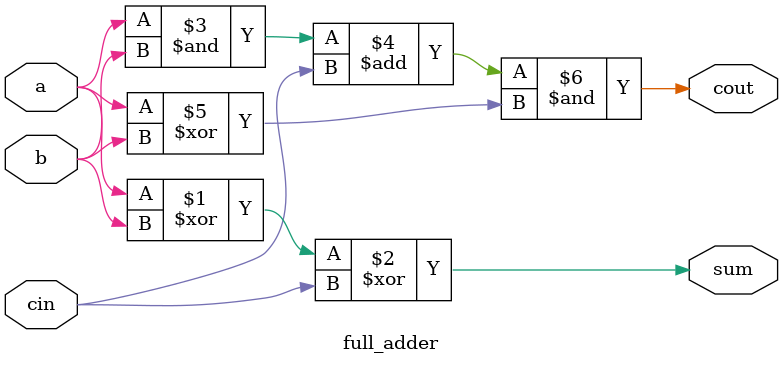
<source format=v>

module full_adder(input a,b,cin,output sum,cout);

assign sum=(a^b^cin);
assign cout=((a&b)+cin&(a^b));

endmodule



</source>
